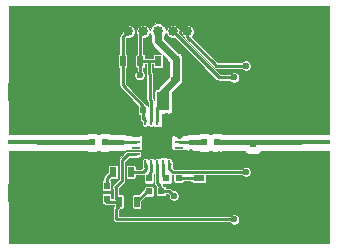
<source format=gtl>
G04 #@! TF.FileFunction,Copper,L1,Top,Signal*
%FSLAX46Y46*%
G04 Gerber Fmt 4.6, Leading zero omitted, Abs format (unit mm)*
G04 Created by KiCad (PCBNEW 4.0.7-e2-6376~58~ubuntu16.04.1) date Wed May  9 12:33:34 2018*
%MOMM*%
%LPD*%
G01*
G04 APERTURE LIST*
%ADD10C,0.100000*%
%ADD11C,0.500000*%
%ADD12C,0.300000*%
%ADD13C,5.000000*%
%ADD14R,5.080000X1.500000*%
%ADD15R,5.080000X0.420000*%
%ADD16R,0.500000X0.600000*%
%ADD17R,0.600000X0.500000*%
%ADD18R,1.000000X1.600000*%
%ADD19R,0.500000X0.900000*%
%ADD20R,0.900000X0.500000*%
%ADD21R,0.850000X0.850000*%
%ADD22C,0.850000*%
%ADD23R,0.700000X0.250000*%
%ADD24R,0.250000X0.700000*%
%ADD25R,2.500000X2.500000*%
%ADD26C,0.600000*%
%ADD27C,0.250000*%
%ADD28C,0.420000*%
%ADD29C,0.400000*%
%ADD30C,0.600000*%
%ADD31C,0.341000*%
G04 APERTURE END LIST*
D10*
D11*
X178550000Y-86900000D03*
X178550000Y-88900000D03*
X168300000Y-76900000D03*
X179300000Y-94900000D03*
X179300000Y-93900000D03*
X179300000Y-92900000D03*
X179300000Y-91900000D03*
X179300000Y-90900000D03*
X179300000Y-89900000D03*
X168300000Y-94900000D03*
X168300000Y-93900000D03*
X168300000Y-92900000D03*
X168300000Y-91900000D03*
X168300000Y-90900000D03*
X168300000Y-89900000D03*
X172900000Y-93100000D03*
X174250000Y-93100000D03*
X173600000Y-93750000D03*
X181850000Y-89200000D03*
X181850000Y-89550000D03*
X181400000Y-89200000D03*
X180300000Y-88900000D03*
X168300000Y-86900000D03*
X167300000Y-86900000D03*
X181400000Y-89550000D03*
X181300000Y-86900000D03*
X180300000Y-86900000D03*
X187300000Y-81900000D03*
X187300000Y-80900000D03*
X187300000Y-79900000D03*
X187300000Y-78900000D03*
X187300000Y-77900000D03*
X180300000Y-85900000D03*
X180300000Y-84900000D03*
X180300000Y-83900000D03*
X180300000Y-82900000D03*
X180300000Y-81900000D03*
X180300000Y-80900000D03*
X180300000Y-79900000D03*
X180300000Y-78900000D03*
X180300000Y-77900000D03*
X168300000Y-85900000D03*
X168300000Y-84900000D03*
X168300000Y-83900000D03*
X168300000Y-82900000D03*
X168300000Y-81900000D03*
X168300000Y-80900000D03*
X168300000Y-79900000D03*
X168300000Y-78900000D03*
X168300000Y-77900000D03*
X171800000Y-89400000D03*
X171800000Y-89900000D03*
X171400000Y-89600000D03*
D12*
X172300000Y-86900000D03*
X174300000Y-88900000D03*
X173800000Y-88900000D03*
X173300000Y-88900000D03*
X172800000Y-88900000D03*
X172300000Y-88900000D03*
X174300000Y-88400000D03*
X173800000Y-88400000D03*
X173300000Y-88400000D03*
X172800000Y-88400000D03*
X172300000Y-88400000D03*
X174300000Y-87900000D03*
X173800000Y-87900000D03*
X173300000Y-87900000D03*
X172800000Y-87900000D03*
X172300000Y-87900000D03*
X174300000Y-87400000D03*
X173800000Y-87400000D03*
X173300000Y-87400000D03*
X172800000Y-87400000D03*
X172300000Y-87400000D03*
X174300000Y-86900000D03*
X173800000Y-86900000D03*
X173300000Y-86900000D03*
X172800000Y-86900000D03*
D11*
X187300000Y-76900000D03*
X186300000Y-76900000D03*
X185300000Y-76900000D03*
X184300000Y-76900000D03*
X183300000Y-76900000D03*
X182300000Y-76900000D03*
X181300000Y-76900000D03*
X180300000Y-76900000D03*
X179300000Y-76900000D03*
X178300000Y-76900000D03*
X177300000Y-76900000D03*
X176300000Y-76900000D03*
X175300000Y-76900000D03*
X174300000Y-76900000D03*
X173300000Y-76900000D03*
X172300000Y-76900000D03*
X171300000Y-76900000D03*
X170300000Y-76900000D03*
X169300000Y-76900000D03*
X167300000Y-76900000D03*
X166300000Y-76900000D03*
X165300000Y-76900000D03*
X164300000Y-76900000D03*
X163300000Y-76900000D03*
X162300000Y-76900000D03*
X161300000Y-76900000D03*
X161300000Y-77900000D03*
X161300000Y-78900000D03*
X161300000Y-79900000D03*
X161300000Y-80900000D03*
X161300000Y-81900000D03*
X182300000Y-86900000D03*
X183300000Y-86900000D03*
X184300000Y-86900000D03*
X185300000Y-86900000D03*
X186300000Y-86900000D03*
X187300000Y-86900000D03*
X182300000Y-85900000D03*
X183300000Y-85900000D03*
X184300000Y-85900000D03*
X185300000Y-85900000D03*
X186300000Y-85900000D03*
X187300000Y-85900000D03*
X182300000Y-84900000D03*
X183300000Y-84900000D03*
X184300000Y-84900000D03*
X185300000Y-84900000D03*
X186300000Y-84900000D03*
X187300000Y-84900000D03*
X182300000Y-83900000D03*
X183300000Y-83900000D03*
X184300000Y-83900000D03*
X185300000Y-83900000D03*
X186300000Y-83900000D03*
X187300000Y-83900000D03*
X182300000Y-82900000D03*
X183300000Y-82900000D03*
X184300000Y-82900000D03*
X185300000Y-82900000D03*
X186300000Y-82900000D03*
X161300000Y-82900000D03*
X169300000Y-88900000D03*
X166300000Y-86900000D03*
X165300000Y-86900000D03*
X164300000Y-86900000D03*
X163300000Y-86900000D03*
X162300000Y-86900000D03*
X161300000Y-86900000D03*
X166300000Y-85900000D03*
X165300000Y-85900000D03*
X164300000Y-85900000D03*
X163300000Y-85900000D03*
X162300000Y-85900000D03*
X161300000Y-85900000D03*
X166300000Y-84900000D03*
X165300000Y-84900000D03*
X164300000Y-84900000D03*
X163300000Y-84900000D03*
X162300000Y-84900000D03*
X161300000Y-84900000D03*
X166300000Y-83900000D03*
X165300000Y-83900000D03*
X164300000Y-83900000D03*
X163300000Y-83900000D03*
X162300000Y-83900000D03*
X161300000Y-83900000D03*
X166300000Y-82900000D03*
X165300000Y-82900000D03*
X164300000Y-82900000D03*
X163300000Y-82900000D03*
X162300000Y-82900000D03*
X182300000Y-88900000D03*
X183300000Y-88900000D03*
X184300000Y-88900000D03*
X185300000Y-88900000D03*
X186300000Y-88900000D03*
X187300000Y-88900000D03*
X182300000Y-89900000D03*
X183300000Y-89900000D03*
X184300000Y-89900000D03*
X185300000Y-89900000D03*
X186300000Y-89900000D03*
X187300000Y-89900000D03*
X182300000Y-90900000D03*
X183300000Y-90900000D03*
X184300000Y-90900000D03*
X185300000Y-90900000D03*
X186300000Y-90900000D03*
X187300000Y-90900000D03*
X182300000Y-91900000D03*
X183300000Y-91900000D03*
X184300000Y-91900000D03*
X185300000Y-91900000D03*
X186300000Y-91900000D03*
X187300000Y-91900000D03*
X182300000Y-92900000D03*
X183300000Y-92900000D03*
X184300000Y-92900000D03*
X185300000Y-92900000D03*
X186300000Y-92900000D03*
X187300000Y-92900000D03*
X182300000Y-93900000D03*
X183300000Y-93900000D03*
X184300000Y-93900000D03*
X185300000Y-93900000D03*
X186300000Y-93900000D03*
X187300000Y-93900000D03*
X182300000Y-94900000D03*
X183300000Y-94900000D03*
X184300000Y-94900000D03*
X185300000Y-94900000D03*
X186300000Y-94900000D03*
X187300000Y-94900000D03*
X166300000Y-88900000D03*
X165300000Y-88900000D03*
X164300000Y-88900000D03*
X163300000Y-88900000D03*
X162300000Y-88900000D03*
X161300000Y-88900000D03*
X166300000Y-89900000D03*
X165300000Y-89900000D03*
X164300000Y-89900000D03*
X163300000Y-89900000D03*
X162300000Y-89900000D03*
X161300000Y-89900000D03*
X166300000Y-90900000D03*
X165300000Y-90900000D03*
X164300000Y-90900000D03*
X163300000Y-90900000D03*
X162300000Y-90900000D03*
X161300000Y-90900000D03*
X166300000Y-91900000D03*
X165300000Y-91900000D03*
X164300000Y-91900000D03*
X163300000Y-91900000D03*
X162300000Y-91900000D03*
X161300000Y-91900000D03*
X166300000Y-92900000D03*
X165300000Y-92900000D03*
X164300000Y-92900000D03*
X163300000Y-92900000D03*
X162300000Y-92900000D03*
X161300000Y-92900000D03*
X166300000Y-93900000D03*
X165300000Y-93900000D03*
X164300000Y-93900000D03*
X163300000Y-93900000D03*
X162300000Y-93900000D03*
X161300000Y-93900000D03*
X166300000Y-94900000D03*
X165300000Y-94900000D03*
X164300000Y-94900000D03*
X163300000Y-94900000D03*
X162300000Y-94900000D03*
X161300000Y-94900000D03*
X161300000Y-95900000D03*
X162300000Y-95900000D03*
X163300000Y-95900000D03*
X164300000Y-95900000D03*
X165300000Y-95900000D03*
X166300000Y-95900000D03*
X167300000Y-95900000D03*
X168300000Y-95900000D03*
X169300000Y-95900000D03*
X170300000Y-95900000D03*
X171300000Y-95900000D03*
X172300000Y-95900000D03*
X173300000Y-95900000D03*
X174300000Y-95900000D03*
X175300000Y-95900000D03*
X176300000Y-95900000D03*
X177300000Y-95900000D03*
X178300000Y-95900000D03*
X179300000Y-95900000D03*
X180300000Y-95900000D03*
X181300000Y-95900000D03*
X182300000Y-95900000D03*
X183300000Y-95900000D03*
X184300000Y-95900000D03*
X185300000Y-95900000D03*
X186300000Y-95900000D03*
X175600000Y-84450000D03*
X177500000Y-92400000D03*
X176000000Y-92400000D03*
X176800000Y-92900000D03*
X171200000Y-91500000D03*
X177800000Y-78400000D03*
X177300000Y-77700000D03*
X177300000Y-79300000D03*
X171300000Y-79900000D03*
X173000000Y-80150000D03*
X172400000Y-79900000D03*
X175500000Y-80300000D03*
X175650000Y-81800000D03*
X173400000Y-81900000D03*
X173400000Y-82900000D03*
X175600000Y-82900000D03*
X171800000Y-82900000D03*
X174000000Y-85700000D03*
X170800000Y-86900000D03*
X175700000Y-88900000D03*
X175650000Y-87000000D03*
X175200000Y-86600000D03*
X174650000Y-86000000D03*
X174800000Y-86500000D03*
X175000000Y-89900000D03*
X175200000Y-89500000D03*
X174800000Y-89500000D03*
X171400000Y-85800000D03*
X171100000Y-86300000D03*
X171700000Y-86300000D03*
X177600000Y-84900000D03*
X177600000Y-83900000D03*
X177300000Y-82900000D03*
X177550000Y-85900000D03*
X176300000Y-92900000D03*
X177300000Y-92900000D03*
X178300000Y-77900000D03*
X178300000Y-78900000D03*
X178300000Y-79900000D03*
X170300000Y-83900000D03*
X170300000Y-84900000D03*
X170300000Y-85900000D03*
X179300000Y-86900000D03*
X179300000Y-88900000D03*
X176150000Y-88700000D03*
X177900000Y-88900000D03*
X176150000Y-87050000D03*
X177900000Y-86900000D03*
X170100000Y-88900000D03*
X168300000Y-88900000D03*
X167300000Y-88900000D03*
X170300000Y-86900000D03*
X169300000Y-86900000D03*
D13*
X183800000Y-79800000D03*
D11*
X187300000Y-95900000D03*
X187300000Y-82900000D03*
D14*
X185400000Y-92150000D03*
X185400000Y-83650000D03*
D15*
X185400000Y-87900000D03*
D14*
X163200000Y-83650000D03*
X163200000Y-92150000D03*
D15*
X163200000Y-87900000D03*
D16*
X173600000Y-93100000D03*
X173600000Y-92000000D03*
D17*
X168850000Y-87900000D03*
X167750000Y-87900000D03*
D16*
X169000000Y-92650000D03*
X169000000Y-91550000D03*
D17*
X172100000Y-85150000D03*
X171000000Y-85150000D03*
D16*
X172600000Y-92050000D03*
X172600000Y-90950000D03*
D18*
X176800000Y-84400000D03*
X173800000Y-84400000D03*
D17*
X175100000Y-90900000D03*
X174000000Y-90900000D03*
X178350000Y-87900000D03*
X177250000Y-87900000D03*
D16*
X181400000Y-89150000D03*
X181400000Y-88050000D03*
D19*
X171550000Y-92900000D03*
X170050000Y-92900000D03*
X169550000Y-90400000D03*
X171050000Y-90400000D03*
X173350000Y-81000000D03*
X174850000Y-81000000D03*
X170350000Y-81000000D03*
X171850000Y-81000000D03*
D20*
X176800000Y-92450000D03*
X176800000Y-90950000D03*
D13*
X164800000Y-79800000D03*
D21*
X177100000Y-78500000D03*
D22*
X175850000Y-78500000D03*
X174600000Y-78500000D03*
X173350000Y-78500000D03*
X172100000Y-78500000D03*
X170850000Y-78500000D03*
D23*
X171450000Y-86884000D03*
X171450000Y-87392000D03*
X171450000Y-87900000D03*
X171450000Y-88408000D03*
X171450000Y-88916000D03*
D24*
X172284000Y-89750000D03*
X172792000Y-89750000D03*
X173300000Y-89750000D03*
X173808000Y-89750000D03*
X174308000Y-89750000D03*
D23*
X175150000Y-88916000D03*
X175150000Y-88408000D03*
X175150000Y-87900000D03*
X175150000Y-87392000D03*
X175150000Y-86884000D03*
D24*
X174316000Y-86050000D03*
X173808000Y-86050000D03*
X173300000Y-86050000D03*
X172792000Y-86050000D03*
X172284000Y-86050000D03*
D25*
X173300000Y-87900000D03*
D26*
X179800000Y-94400000D03*
X179800000Y-82400000D03*
X174700000Y-92400000D03*
X171800000Y-82200000D03*
X174749999Y-82650001D03*
X174000000Y-90900000D03*
X180800000Y-81400000D03*
X180800000Y-90400000D03*
D27*
X171450000Y-87900000D02*
X170300000Y-87900000D01*
D28*
X168850000Y-87900000D02*
X170300000Y-87900000D01*
X167650000Y-87900000D02*
X163200000Y-87900000D01*
D27*
X169800000Y-94400000D02*
X179800000Y-94400000D01*
X170050000Y-92900000D02*
X170050000Y-93250000D01*
X170050000Y-93250000D02*
X169800000Y-93500000D01*
X178500000Y-82400000D02*
X174600000Y-78500000D01*
X179800000Y-82400000D02*
X178800000Y-82400000D01*
X178800000Y-82400000D02*
X178500000Y-82400000D01*
X169800000Y-93500000D02*
X169800000Y-94400000D01*
X170050000Y-92900000D02*
X168950000Y-92900000D01*
X169800000Y-91700000D02*
X169800000Y-92650000D01*
X169800000Y-92650000D02*
X170050000Y-92900000D01*
X169800000Y-91700000D02*
X169750000Y-91700000D01*
X169750000Y-91700000D02*
X170300000Y-91150000D01*
X170300000Y-91150000D02*
X170300000Y-89400000D01*
X170780400Y-88919600D02*
X171451100Y-88919600D01*
X170300000Y-89400000D02*
X170780400Y-88919600D01*
X169000000Y-91550000D02*
X169000000Y-90950000D01*
X169000000Y-90950000D02*
X169550000Y-90400000D01*
X169350000Y-90600000D02*
X169550000Y-90400000D01*
X170350000Y-81000000D02*
X170350000Y-79000000D01*
X170350000Y-79000000D02*
X170850000Y-78500000D01*
X170350000Y-81000000D02*
X170350000Y-83050000D01*
X172100000Y-84800000D02*
X172100000Y-85150000D01*
X170350000Y-83050000D02*
X172100000Y-84800000D01*
X172100000Y-85150000D02*
X172100000Y-85868500D01*
X172100000Y-85868500D02*
X172285100Y-86053600D01*
D29*
X175091090Y-87333090D02*
X175150000Y-87333090D01*
X174316000Y-86050000D02*
X174316000Y-85916000D01*
X174316000Y-85916000D02*
X174000000Y-85600000D01*
X176800000Y-84400000D02*
X177100000Y-84400000D01*
X177100000Y-84400000D02*
X177600000Y-83900000D01*
X171000000Y-85150000D02*
X170550000Y-85150000D01*
X170550000Y-85150000D02*
X170300000Y-84900000D01*
D27*
X172600000Y-92050000D02*
X172400000Y-92050000D01*
X172400000Y-92050000D02*
X171550000Y-92900000D01*
X171550000Y-92900000D02*
X171600000Y-92900000D01*
X172600000Y-90950000D02*
X172600000Y-90600000D01*
X172792000Y-90408000D02*
X172792000Y-89750000D01*
X172600000Y-90600000D02*
X172792000Y-90408000D01*
X171850000Y-81000000D02*
X171850000Y-82150000D01*
X174300000Y-92000000D02*
X173600000Y-92000000D01*
X174700000Y-92400000D02*
X174300000Y-92000000D01*
X171850000Y-82150000D02*
X171800000Y-82200000D01*
X171850000Y-81000000D02*
X171850000Y-78750000D01*
X171850000Y-78750000D02*
X172100000Y-78500000D01*
X172600000Y-82100000D02*
X172600000Y-81100000D01*
X172600000Y-81100000D02*
X172700000Y-81000000D01*
X171850000Y-81000000D02*
X172700000Y-81000000D01*
X172700000Y-81000000D02*
X173350000Y-81000000D01*
X173300000Y-89750000D02*
X173300000Y-90647800D01*
X173300000Y-90647800D02*
X173301100Y-90648900D01*
X173301100Y-89753600D02*
X173301100Y-90648900D01*
X173300000Y-90650000D02*
X173300000Y-91350000D01*
X173301100Y-90648900D02*
X173300000Y-90650000D01*
X172793100Y-84393100D02*
X172793100Y-86053600D01*
X173550000Y-91600000D02*
X173550000Y-91950000D01*
X173550000Y-91950000D02*
X173600000Y-92000000D01*
X173300000Y-91350000D02*
X173550000Y-91600000D01*
X172600000Y-82100000D02*
X172640000Y-82100000D01*
X172640000Y-82100000D02*
X172600000Y-82100000D01*
X172600000Y-82100000D02*
X172640000Y-82100000D01*
X172640000Y-82100000D02*
X172640000Y-84240000D01*
X172640000Y-84240000D02*
X172793100Y-84393100D01*
D30*
X174850000Y-81000000D02*
X174850000Y-80850000D01*
X174850000Y-80850000D02*
X173350000Y-79350000D01*
X173350000Y-79350000D02*
X173350000Y-78500000D01*
X173800000Y-84400000D02*
X173800000Y-83600000D01*
X173800000Y-83600000D02*
X174850000Y-82550000D01*
X174850000Y-82550000D02*
X174850000Y-81000000D01*
D27*
X173809100Y-89753600D02*
X173809100Y-90709100D01*
X173300000Y-84900000D02*
X173800000Y-84400000D01*
X173800000Y-84400000D02*
X173800000Y-84500000D01*
X173809100Y-90709100D02*
X174000000Y-90900000D01*
X173300000Y-86050000D02*
X173300000Y-84900000D01*
X176800000Y-90950000D02*
X176150000Y-90950000D01*
X176150000Y-90950000D02*
X176100000Y-90900000D01*
X175100000Y-90900000D02*
X176100000Y-90900000D01*
X176100000Y-90900000D02*
X176300000Y-90900000D01*
D28*
X185400000Y-87900000D02*
X181250000Y-87900000D01*
X181250000Y-87900000D02*
X181400000Y-88050000D01*
X178350000Y-87900000D02*
X181250000Y-87900000D01*
X181250000Y-87900000D02*
X181400000Y-88050000D01*
D27*
X176100000Y-87900000D02*
X175150000Y-87900000D01*
D28*
X176900000Y-87900000D02*
X176100000Y-87900000D01*
X177250000Y-87900000D02*
X176900000Y-87900000D01*
X176900000Y-87900000D02*
X176800000Y-87900000D01*
D31*
X177246400Y-87903600D02*
X177250000Y-87900000D01*
D27*
X172300000Y-89768500D02*
X172300000Y-90150000D01*
X172050000Y-90400000D02*
X172300000Y-90150000D01*
X172300000Y-89768500D02*
X172285100Y-89753600D01*
X172050000Y-90400000D02*
X171050000Y-90400000D01*
X175850000Y-78500000D02*
X175850000Y-78950000D01*
X178100000Y-81200000D02*
X175850000Y-78950000D01*
X178300000Y-81400000D02*
X180800000Y-81400000D01*
X178100000Y-81200000D02*
X178300000Y-81400000D01*
X174308000Y-90108000D02*
X174308000Y-89750000D01*
X174600000Y-90400000D02*
X174308000Y-90108000D01*
X180800000Y-90400000D02*
X174600000Y-90400000D01*
X174308000Y-89750000D02*
X174350000Y-89750000D01*
D10*
G36*
X187850000Y-87149617D02*
X182860000Y-87149617D01*
X182804819Y-87160000D01*
X178871666Y-87160000D01*
X178860239Y-87152192D01*
X178650000Y-87109617D01*
X178050000Y-87109617D01*
X177853594Y-87146573D01*
X177801282Y-87180235D01*
X177760239Y-87152192D01*
X177550000Y-87109617D01*
X176950000Y-87109617D01*
X176753594Y-87146573D01*
X176732728Y-87160000D01*
X176100000Y-87160000D01*
X175816814Y-87216329D01*
X175773905Y-87245000D01*
X175551272Y-87245000D01*
X175500000Y-87234617D01*
X174800000Y-87234617D01*
X174603594Y-87271573D01*
X174423207Y-87387649D01*
X174302192Y-87564761D01*
X174259617Y-87775000D01*
X174259617Y-88025000D01*
X174296573Y-88221406D01*
X174412649Y-88401793D01*
X174589761Y-88522808D01*
X174800000Y-88565383D01*
X175500000Y-88565383D01*
X175555181Y-88555000D01*
X175773905Y-88555000D01*
X175816814Y-88583671D01*
X176100000Y-88640000D01*
X176728334Y-88640000D01*
X176739761Y-88647808D01*
X176950000Y-88690383D01*
X177550000Y-88690383D01*
X177746406Y-88653427D01*
X177798718Y-88619765D01*
X177839761Y-88647808D01*
X178050000Y-88690383D01*
X178650000Y-88690383D01*
X178846406Y-88653427D01*
X178867272Y-88640000D01*
X180706799Y-88640000D01*
X180762649Y-88726793D01*
X180939761Y-88847808D01*
X181150000Y-88890383D01*
X181650000Y-88890383D01*
X181846406Y-88853427D01*
X182026793Y-88737351D01*
X182093310Y-88640000D01*
X182808728Y-88640000D01*
X182860000Y-88650383D01*
X187850000Y-88650383D01*
X187850000Y-96450000D01*
X160750000Y-96450000D01*
X160750000Y-92350000D01*
X168597062Y-92350000D01*
X168597062Y-92950000D01*
X168607521Y-93005586D01*
X168640373Y-93056639D01*
X168690499Y-93090889D01*
X168750000Y-93102938D01*
X168768243Y-93102938D01*
X168844762Y-93154067D01*
X168950000Y-93175000D01*
X169647062Y-93175000D01*
X169647062Y-93264030D01*
X169605546Y-93305546D01*
X169545933Y-93394762D01*
X169525000Y-93500000D01*
X169525000Y-94400000D01*
X169545933Y-94505238D01*
X169605546Y-94594454D01*
X169694762Y-94654067D01*
X169800000Y-94675000D01*
X179438679Y-94675000D01*
X179544763Y-94781269D01*
X179710097Y-94849922D01*
X179889118Y-94850078D01*
X180054572Y-94781714D01*
X180181269Y-94655237D01*
X180249922Y-94489903D01*
X180250078Y-94310882D01*
X180181714Y-94145428D01*
X180055237Y-94018731D01*
X179889903Y-93950078D01*
X179710882Y-93949922D01*
X179545428Y-94018286D01*
X179438528Y-94125000D01*
X170075000Y-94125000D01*
X170075000Y-93613908D01*
X170185971Y-93502938D01*
X170300000Y-93502938D01*
X170355586Y-93492479D01*
X170406639Y-93459627D01*
X170440889Y-93409501D01*
X170452938Y-93350000D01*
X170452938Y-92450000D01*
X171147062Y-92450000D01*
X171147062Y-93350000D01*
X171157521Y-93405586D01*
X171190373Y-93456639D01*
X171240499Y-93490889D01*
X171300000Y-93502938D01*
X171800000Y-93502938D01*
X171855586Y-93492479D01*
X171906639Y-93459627D01*
X171940889Y-93409501D01*
X171952938Y-93350000D01*
X171952938Y-92885970D01*
X172338333Y-92500575D01*
X172350000Y-92502938D01*
X172850000Y-92502938D01*
X172905586Y-92492479D01*
X172956639Y-92459627D01*
X172990889Y-92409501D01*
X173002938Y-92350000D01*
X173002938Y-91750000D01*
X172992479Y-91694414D01*
X172959627Y-91643361D01*
X172909501Y-91609111D01*
X172850000Y-91597062D01*
X172350000Y-91597062D01*
X172294414Y-91607521D01*
X172243361Y-91640373D01*
X172209111Y-91690499D01*
X172197062Y-91750000D01*
X172197062Y-91864029D01*
X171764030Y-92297062D01*
X171300000Y-92297062D01*
X171244414Y-92307521D01*
X171193361Y-92340373D01*
X171159111Y-92390499D01*
X171147062Y-92450000D01*
X170452938Y-92450000D01*
X170442479Y-92394414D01*
X170409627Y-92343361D01*
X170359501Y-92309111D01*
X170300000Y-92297062D01*
X170075000Y-92297062D01*
X170075000Y-91763908D01*
X170494454Y-91344455D01*
X170554067Y-91255238D01*
X170556572Y-91242644D01*
X170575000Y-91150000D01*
X170575000Y-89950000D01*
X170647062Y-89950000D01*
X170647062Y-90850000D01*
X170657521Y-90905586D01*
X170690373Y-90956639D01*
X170740499Y-90990889D01*
X170800000Y-91002938D01*
X171300000Y-91002938D01*
X171355586Y-90992479D01*
X171406639Y-90959627D01*
X171440889Y-90909501D01*
X171452938Y-90850000D01*
X171452938Y-90675000D01*
X172050000Y-90675000D01*
X172155238Y-90654067D01*
X172202654Y-90622384D01*
X172197062Y-90650000D01*
X172197062Y-91250000D01*
X172207521Y-91305586D01*
X172240373Y-91356639D01*
X172290499Y-91390889D01*
X172350000Y-91402938D01*
X172850000Y-91402938D01*
X172905586Y-91392479D01*
X172956639Y-91359627D01*
X172990889Y-91309501D01*
X173002938Y-91250000D01*
X173002938Y-90650000D01*
X172992479Y-90594414D01*
X172992159Y-90593916D01*
X173025000Y-90544767D01*
X173025000Y-90647800D01*
X173025219Y-90648900D01*
X173025000Y-90650000D01*
X173025000Y-91350000D01*
X173044082Y-91445933D01*
X173045933Y-91455238D01*
X173105546Y-91544454D01*
X173207845Y-91646753D01*
X173197062Y-91700000D01*
X173197062Y-92300000D01*
X173207521Y-92355586D01*
X173240373Y-92406639D01*
X173290499Y-92440889D01*
X173350000Y-92452938D01*
X173850000Y-92452938D01*
X173905586Y-92442479D01*
X173956639Y-92409627D01*
X173990889Y-92359501D01*
X174002938Y-92300000D01*
X174002938Y-92275000D01*
X174186092Y-92275000D01*
X174250053Y-92338961D01*
X174249922Y-92489118D01*
X174318286Y-92654572D01*
X174444763Y-92781269D01*
X174610097Y-92849922D01*
X174789118Y-92850078D01*
X174954572Y-92781714D01*
X175081269Y-92655237D01*
X175149922Y-92489903D01*
X175150078Y-92310882D01*
X175081714Y-92145428D01*
X174955237Y-92018731D01*
X174789903Y-91950078D01*
X174638855Y-91949946D01*
X174494454Y-91805546D01*
X174405238Y-91745933D01*
X174300000Y-91725000D01*
X174002938Y-91725000D01*
X174002938Y-91700000D01*
X173992479Y-91644414D01*
X173959627Y-91593361D01*
X173909501Y-91559111D01*
X173850000Y-91547062D01*
X173814470Y-91547062D01*
X173804067Y-91494762D01*
X173774221Y-91450095D01*
X173744454Y-91405545D01*
X173743806Y-91404897D01*
X173781729Y-91404897D01*
X173890118Y-91449904D01*
X174108922Y-91450095D01*
X174218310Y-91404897D01*
X174300000Y-91404897D01*
X174392644Y-91387465D01*
X174477732Y-91332712D01*
X174534815Y-91249169D01*
X174554897Y-91150000D01*
X174554897Y-90666029D01*
X174600000Y-90675000D01*
X174647062Y-90675000D01*
X174647062Y-91150000D01*
X174657521Y-91205586D01*
X174690373Y-91256639D01*
X174740499Y-91290889D01*
X174800000Y-91302938D01*
X175400000Y-91302938D01*
X175455586Y-91292479D01*
X175506639Y-91259627D01*
X175540889Y-91209501D01*
X175547875Y-91175000D01*
X176001260Y-91175000D01*
X176024456Y-91190499D01*
X176044762Y-91204067D01*
X176150000Y-91225000D01*
X176201766Y-91225000D01*
X176207521Y-91255586D01*
X176240373Y-91306639D01*
X176290499Y-91340889D01*
X176350000Y-91352938D01*
X177250000Y-91352938D01*
X177305586Y-91342479D01*
X177356639Y-91309627D01*
X177390889Y-91259501D01*
X177402938Y-91200000D01*
X177402938Y-90700000D01*
X177398234Y-90675000D01*
X180438679Y-90675000D01*
X180544763Y-90781269D01*
X180710097Y-90849922D01*
X180889118Y-90850078D01*
X181054572Y-90781714D01*
X181181269Y-90655237D01*
X181249922Y-90489903D01*
X181250078Y-90310882D01*
X181181714Y-90145428D01*
X181055237Y-90018731D01*
X180889903Y-89950078D01*
X180710882Y-89949922D01*
X180545428Y-90018286D01*
X180438528Y-90125000D01*
X174713909Y-90125000D01*
X174585938Y-89997030D01*
X174585938Y-89882370D01*
X174604067Y-89855238D01*
X174625000Y-89750000D01*
X174604067Y-89644762D01*
X174585938Y-89617630D01*
X174585938Y-89400000D01*
X174575479Y-89344414D01*
X174542627Y-89293361D01*
X174492501Y-89259111D01*
X174433000Y-89247062D01*
X174183000Y-89247062D01*
X174137211Y-89255678D01*
X174115712Y-89222268D01*
X174032169Y-89165185D01*
X173933000Y-89145103D01*
X173683000Y-89145103D01*
X173590356Y-89162535D01*
X173505268Y-89217288D01*
X173477641Y-89257722D01*
X173425000Y-89247062D01*
X173175000Y-89247062D01*
X173119414Y-89257521D01*
X173068361Y-89290373D01*
X173045878Y-89323278D01*
X173026627Y-89293361D01*
X172976501Y-89259111D01*
X172917000Y-89247062D01*
X172667000Y-89247062D01*
X172611414Y-89257521D01*
X172560361Y-89290373D01*
X172537878Y-89323278D01*
X172518627Y-89293361D01*
X172468501Y-89259111D01*
X172409000Y-89247062D01*
X172159000Y-89247062D01*
X172103414Y-89257521D01*
X172052361Y-89290373D01*
X172018111Y-89340499D01*
X172006062Y-89400000D01*
X172006062Y-90055029D01*
X171936092Y-90125000D01*
X171452938Y-90125000D01*
X171452938Y-89950000D01*
X171442479Y-89894414D01*
X171409627Y-89843361D01*
X171359501Y-89809111D01*
X171300000Y-89797062D01*
X170800000Y-89797062D01*
X170744414Y-89807521D01*
X170693361Y-89840373D01*
X170659111Y-89890499D01*
X170647062Y-89950000D01*
X170575000Y-89950000D01*
X170575000Y-89513908D01*
X170894309Y-89194600D01*
X171451100Y-89194600D01*
X171454428Y-89193938D01*
X171800000Y-89193938D01*
X171855586Y-89183479D01*
X171906639Y-89150627D01*
X171940889Y-89100501D01*
X171952938Y-89041000D01*
X171952938Y-88791000D01*
X171942479Y-88735414D01*
X171909627Y-88684361D01*
X171859501Y-88650111D01*
X171800000Y-88638062D01*
X171100000Y-88638062D01*
X171065253Y-88644600D01*
X170780400Y-88644600D01*
X170675162Y-88665533D01*
X170585945Y-88725146D01*
X170105546Y-89205546D01*
X170045933Y-89294762D01*
X170025000Y-89400000D01*
X170025000Y-91036091D01*
X169555546Y-91505546D01*
X169495933Y-91594762D01*
X169475000Y-91700000D01*
X169495933Y-91805238D01*
X169525000Y-91848739D01*
X169525000Y-92625000D01*
X169402938Y-92625000D01*
X169402938Y-92350000D01*
X169392479Y-92294414D01*
X169359627Y-92243361D01*
X169309501Y-92209111D01*
X169250000Y-92197062D01*
X168750000Y-92197062D01*
X168694414Y-92207521D01*
X168643361Y-92240373D01*
X168609111Y-92290499D01*
X168597062Y-92350000D01*
X160750000Y-92350000D01*
X160750000Y-91250000D01*
X168597062Y-91250000D01*
X168597062Y-91850000D01*
X168607521Y-91905586D01*
X168640373Y-91956639D01*
X168690499Y-91990889D01*
X168750000Y-92002938D01*
X169250000Y-92002938D01*
X169305586Y-91992479D01*
X169356639Y-91959627D01*
X169390889Y-91909501D01*
X169402938Y-91850000D01*
X169402938Y-91250000D01*
X169392479Y-91194414D01*
X169359627Y-91143361D01*
X169309501Y-91109111D01*
X169275000Y-91102125D01*
X169275000Y-91063908D01*
X169335970Y-91002938D01*
X169800000Y-91002938D01*
X169855586Y-90992479D01*
X169906639Y-90959627D01*
X169940889Y-90909501D01*
X169952938Y-90850000D01*
X169952938Y-89950000D01*
X169942479Y-89894414D01*
X169909627Y-89843361D01*
X169859501Y-89809111D01*
X169800000Y-89797062D01*
X169300000Y-89797062D01*
X169244414Y-89807521D01*
X169193361Y-89840373D01*
X169159111Y-89890499D01*
X169147062Y-89950000D01*
X169147062Y-90414029D01*
X168805546Y-90755546D01*
X168745933Y-90844762D01*
X168725000Y-90950000D01*
X168725000Y-91101766D01*
X168694414Y-91107521D01*
X168643361Y-91140373D01*
X168609111Y-91190499D01*
X168597062Y-91250000D01*
X160750000Y-91250000D01*
X160750000Y-88650383D01*
X165740000Y-88650383D01*
X165795181Y-88640000D01*
X167228334Y-88640000D01*
X167239761Y-88647808D01*
X167450000Y-88690383D01*
X168050000Y-88690383D01*
X168246406Y-88653427D01*
X168298718Y-88619765D01*
X168339761Y-88647808D01*
X168550000Y-88690383D01*
X169150000Y-88690383D01*
X169346406Y-88653427D01*
X169367272Y-88640000D01*
X170300000Y-88640000D01*
X170583186Y-88583671D01*
X170626095Y-88555000D01*
X171048728Y-88555000D01*
X171100000Y-88565383D01*
X171800000Y-88565383D01*
X171996406Y-88528427D01*
X172176793Y-88412351D01*
X172297808Y-88235239D01*
X172340383Y-88025000D01*
X172340383Y-87775000D01*
X172303427Y-87578594D01*
X172187351Y-87398207D01*
X172010239Y-87277192D01*
X171800000Y-87234617D01*
X171100000Y-87234617D01*
X171044819Y-87245000D01*
X170626095Y-87245000D01*
X170583186Y-87216329D01*
X170300000Y-87160000D01*
X169371666Y-87160000D01*
X169360239Y-87152192D01*
X169150000Y-87109617D01*
X168550000Y-87109617D01*
X168353594Y-87146573D01*
X168301282Y-87180235D01*
X168260239Y-87152192D01*
X168050000Y-87109617D01*
X167450000Y-87109617D01*
X167253594Y-87146573D01*
X167232728Y-87160000D01*
X165791272Y-87160000D01*
X165740000Y-87149617D01*
X160750000Y-87149617D01*
X160750000Y-80550000D01*
X169947062Y-80550000D01*
X169947062Y-81450000D01*
X169957521Y-81505586D01*
X169990373Y-81556639D01*
X170040499Y-81590889D01*
X170075000Y-81597875D01*
X170075000Y-83050000D01*
X170088236Y-83116540D01*
X170095933Y-83155238D01*
X170155546Y-83244454D01*
X171698291Y-84787200D01*
X171693361Y-84790373D01*
X171659111Y-84840499D01*
X171647062Y-84900000D01*
X171647062Y-85400000D01*
X171657521Y-85455586D01*
X171690373Y-85506639D01*
X171740499Y-85540889D01*
X171800000Y-85552938D01*
X171825000Y-85552938D01*
X171825000Y-85868500D01*
X171845933Y-85973738D01*
X171905546Y-86062954D01*
X172006062Y-86163470D01*
X172006062Y-86400000D01*
X172016521Y-86455586D01*
X172049373Y-86506639D01*
X172099499Y-86540889D01*
X172159000Y-86552938D01*
X172409000Y-86552938D01*
X172464586Y-86542479D01*
X172515639Y-86509627D01*
X172538122Y-86476722D01*
X172557373Y-86506639D01*
X172607499Y-86540889D01*
X172667000Y-86552938D01*
X172917000Y-86552938D01*
X172969925Y-86542980D01*
X172992288Y-86577732D01*
X173075831Y-86634815D01*
X173175000Y-86654897D01*
X173425000Y-86654897D01*
X173517644Y-86637465D01*
X173602732Y-86582712D01*
X173659815Y-86499169D01*
X173679897Y-86400000D01*
X173679897Y-85700000D01*
X173675000Y-85673974D01*
X173675000Y-85454897D01*
X174300000Y-85454897D01*
X174392644Y-85437465D01*
X174477732Y-85382712D01*
X174534815Y-85299169D01*
X174554897Y-85200000D01*
X174554897Y-83622921D01*
X175139142Y-83038676D01*
X175215994Y-82961958D01*
X175216089Y-82961729D01*
X175238909Y-82938909D01*
X175358134Y-82760476D01*
X175400000Y-82550000D01*
X175400000Y-80850000D01*
X175358134Y-80639524D01*
X175354897Y-80634679D01*
X175354897Y-80550000D01*
X175337465Y-80457356D01*
X175282712Y-80372268D01*
X175199169Y-80315185D01*
X175100000Y-80295103D01*
X175072920Y-80295103D01*
X173900000Y-79122182D01*
X173900000Y-78904721D01*
X173921903Y-78882856D01*
X174024883Y-78634855D01*
X174024901Y-78613876D01*
X174112254Y-78825286D01*
X174273863Y-78987177D01*
X174485124Y-79074900D01*
X174713873Y-79075100D01*
X174765047Y-79053955D01*
X178305546Y-82594454D01*
X178394762Y-82654067D01*
X178500000Y-82675000D01*
X179438679Y-82675000D01*
X179544763Y-82781269D01*
X179710097Y-82849922D01*
X179889118Y-82850078D01*
X180054572Y-82781714D01*
X180181269Y-82655237D01*
X180249922Y-82489903D01*
X180250078Y-82310882D01*
X180181714Y-82145428D01*
X180055237Y-82018731D01*
X179889903Y-81950078D01*
X179710882Y-81949922D01*
X179545428Y-82018286D01*
X179438528Y-82125000D01*
X178613908Y-82125000D01*
X175154034Y-78665126D01*
X175174900Y-78614876D01*
X175174900Y-78613873D01*
X175274900Y-78613873D01*
X175362254Y-78825286D01*
X175523863Y-78987177D01*
X175587665Y-79013670D01*
X175595933Y-79055238D01*
X175655546Y-79144454D01*
X177905546Y-81394455D01*
X177905549Y-81394457D01*
X178105546Y-81594455D01*
X178194762Y-81654067D01*
X178300000Y-81675000D01*
X180438679Y-81675000D01*
X180544763Y-81781269D01*
X180710097Y-81849922D01*
X180889118Y-81850078D01*
X181054572Y-81781714D01*
X181181269Y-81655237D01*
X181249922Y-81489903D01*
X181250078Y-81310882D01*
X181181714Y-81145428D01*
X181055237Y-81018731D01*
X180889903Y-80950078D01*
X180710882Y-80949922D01*
X180545428Y-81018286D01*
X180438528Y-81125000D01*
X178413909Y-81125000D01*
X178294457Y-81005549D01*
X178294455Y-81005546D01*
X176226014Y-78937106D01*
X176337177Y-78826137D01*
X176424900Y-78614876D01*
X176425100Y-78386127D01*
X176337746Y-78174714D01*
X176176137Y-78012823D01*
X175964876Y-77925100D01*
X175736127Y-77924900D01*
X175524714Y-78012254D01*
X175362823Y-78173863D01*
X175275100Y-78385124D01*
X175274900Y-78613873D01*
X175174900Y-78613873D01*
X175175100Y-78386127D01*
X175087746Y-78174714D01*
X174926137Y-78012823D01*
X174714876Y-77925100D01*
X174486127Y-77924900D01*
X174274714Y-78012254D01*
X174112823Y-78173863D01*
X174025101Y-78385123D01*
X174025117Y-78366323D01*
X173922571Y-78118143D01*
X173732856Y-77928097D01*
X173484855Y-77825117D01*
X173216323Y-77824883D01*
X172968143Y-77927429D01*
X172778097Y-78117144D01*
X172675117Y-78365145D01*
X172675099Y-78386124D01*
X172587746Y-78174714D01*
X172426137Y-78012823D01*
X172214876Y-77925100D01*
X171986127Y-77924900D01*
X171774714Y-78012254D01*
X171612823Y-78173863D01*
X171525100Y-78385124D01*
X171524900Y-78613873D01*
X171576997Y-78739958D01*
X171575000Y-78750000D01*
X171575000Y-80401766D01*
X171544414Y-80407521D01*
X171493361Y-80440373D01*
X171459111Y-80490499D01*
X171447062Y-80550000D01*
X171447062Y-81450000D01*
X171457521Y-81505586D01*
X171490373Y-81556639D01*
X171540499Y-81590889D01*
X171575000Y-81597875D01*
X171575000Y-81806067D01*
X171545428Y-81818286D01*
X171418731Y-81944763D01*
X171350078Y-82110097D01*
X171349922Y-82289118D01*
X171418286Y-82454572D01*
X171544763Y-82581269D01*
X171710097Y-82649922D01*
X171889118Y-82650078D01*
X172054572Y-82581714D01*
X172181269Y-82455237D01*
X172249922Y-82289903D01*
X172250078Y-82110882D01*
X172181714Y-81945428D01*
X172125000Y-81888615D01*
X172125000Y-81598234D01*
X172155586Y-81592479D01*
X172206639Y-81559627D01*
X172240889Y-81509501D01*
X172252938Y-81450000D01*
X172252938Y-81275000D01*
X172325000Y-81275000D01*
X172325000Y-82100000D01*
X172345933Y-82205238D01*
X172365000Y-82233773D01*
X172365000Y-84240000D01*
X172385933Y-84345238D01*
X172445546Y-84434454D01*
X172518100Y-84507008D01*
X172518100Y-84806528D01*
X172509627Y-84793361D01*
X172459501Y-84759111D01*
X172400000Y-84747062D01*
X172364470Y-84747062D01*
X172354067Y-84694762D01*
X172322265Y-84647167D01*
X172294455Y-84605546D01*
X170625000Y-82936092D01*
X170625000Y-81598234D01*
X170655586Y-81592479D01*
X170706639Y-81559627D01*
X170740889Y-81509501D01*
X170752938Y-81450000D01*
X170752938Y-80550000D01*
X170742479Y-80494414D01*
X170709627Y-80443361D01*
X170659501Y-80409111D01*
X170625000Y-80402125D01*
X170625000Y-79113908D01*
X170684874Y-79054034D01*
X170735124Y-79074900D01*
X170963873Y-79075100D01*
X171175286Y-78987746D01*
X171337177Y-78826137D01*
X171424900Y-78614876D01*
X171425100Y-78386127D01*
X171337746Y-78174714D01*
X171176137Y-78012823D01*
X170964876Y-77925100D01*
X170736127Y-77924900D01*
X170524714Y-78012254D01*
X170362823Y-78173863D01*
X170275100Y-78385124D01*
X170274900Y-78613873D01*
X170296045Y-78665047D01*
X170155546Y-78805546D01*
X170095933Y-78894762D01*
X170075000Y-79000000D01*
X170075000Y-80401766D01*
X170044414Y-80407521D01*
X169993361Y-80440373D01*
X169959111Y-80490499D01*
X169947062Y-80550000D01*
X160750000Y-80550000D01*
X160750000Y-76350000D01*
X187850000Y-76350000D01*
X187850000Y-87149617D01*
X187850000Y-87149617D01*
G37*
X187850000Y-87149617D02*
X182860000Y-87149617D01*
X182804819Y-87160000D01*
X178871666Y-87160000D01*
X178860239Y-87152192D01*
X178650000Y-87109617D01*
X178050000Y-87109617D01*
X177853594Y-87146573D01*
X177801282Y-87180235D01*
X177760239Y-87152192D01*
X177550000Y-87109617D01*
X176950000Y-87109617D01*
X176753594Y-87146573D01*
X176732728Y-87160000D01*
X176100000Y-87160000D01*
X175816814Y-87216329D01*
X175773905Y-87245000D01*
X175551272Y-87245000D01*
X175500000Y-87234617D01*
X174800000Y-87234617D01*
X174603594Y-87271573D01*
X174423207Y-87387649D01*
X174302192Y-87564761D01*
X174259617Y-87775000D01*
X174259617Y-88025000D01*
X174296573Y-88221406D01*
X174412649Y-88401793D01*
X174589761Y-88522808D01*
X174800000Y-88565383D01*
X175500000Y-88565383D01*
X175555181Y-88555000D01*
X175773905Y-88555000D01*
X175816814Y-88583671D01*
X176100000Y-88640000D01*
X176728334Y-88640000D01*
X176739761Y-88647808D01*
X176950000Y-88690383D01*
X177550000Y-88690383D01*
X177746406Y-88653427D01*
X177798718Y-88619765D01*
X177839761Y-88647808D01*
X178050000Y-88690383D01*
X178650000Y-88690383D01*
X178846406Y-88653427D01*
X178867272Y-88640000D01*
X180706799Y-88640000D01*
X180762649Y-88726793D01*
X180939761Y-88847808D01*
X181150000Y-88890383D01*
X181650000Y-88890383D01*
X181846406Y-88853427D01*
X182026793Y-88737351D01*
X182093310Y-88640000D01*
X182808728Y-88640000D01*
X182860000Y-88650383D01*
X187850000Y-88650383D01*
X187850000Y-96450000D01*
X160750000Y-96450000D01*
X160750000Y-92350000D01*
X168597062Y-92350000D01*
X168597062Y-92950000D01*
X168607521Y-93005586D01*
X168640373Y-93056639D01*
X168690499Y-93090889D01*
X168750000Y-93102938D01*
X168768243Y-93102938D01*
X168844762Y-93154067D01*
X168950000Y-93175000D01*
X169647062Y-93175000D01*
X169647062Y-93264030D01*
X169605546Y-93305546D01*
X169545933Y-93394762D01*
X169525000Y-93500000D01*
X169525000Y-94400000D01*
X169545933Y-94505238D01*
X169605546Y-94594454D01*
X169694762Y-94654067D01*
X169800000Y-94675000D01*
X179438679Y-94675000D01*
X179544763Y-94781269D01*
X179710097Y-94849922D01*
X179889118Y-94850078D01*
X180054572Y-94781714D01*
X180181269Y-94655237D01*
X180249922Y-94489903D01*
X180250078Y-94310882D01*
X180181714Y-94145428D01*
X180055237Y-94018731D01*
X179889903Y-93950078D01*
X179710882Y-93949922D01*
X179545428Y-94018286D01*
X179438528Y-94125000D01*
X170075000Y-94125000D01*
X170075000Y-93613908D01*
X170185971Y-93502938D01*
X170300000Y-93502938D01*
X170355586Y-93492479D01*
X170406639Y-93459627D01*
X170440889Y-93409501D01*
X170452938Y-93350000D01*
X170452938Y-92450000D01*
X171147062Y-92450000D01*
X171147062Y-93350000D01*
X171157521Y-93405586D01*
X171190373Y-93456639D01*
X171240499Y-93490889D01*
X171300000Y-93502938D01*
X171800000Y-93502938D01*
X171855586Y-93492479D01*
X171906639Y-93459627D01*
X171940889Y-93409501D01*
X171952938Y-93350000D01*
X171952938Y-92885970D01*
X172338333Y-92500575D01*
X172350000Y-92502938D01*
X172850000Y-92502938D01*
X172905586Y-92492479D01*
X172956639Y-92459627D01*
X172990889Y-92409501D01*
X173002938Y-92350000D01*
X173002938Y-91750000D01*
X172992479Y-91694414D01*
X172959627Y-91643361D01*
X172909501Y-91609111D01*
X172850000Y-91597062D01*
X172350000Y-91597062D01*
X172294414Y-91607521D01*
X172243361Y-91640373D01*
X172209111Y-91690499D01*
X172197062Y-91750000D01*
X172197062Y-91864029D01*
X171764030Y-92297062D01*
X171300000Y-92297062D01*
X171244414Y-92307521D01*
X171193361Y-92340373D01*
X171159111Y-92390499D01*
X171147062Y-92450000D01*
X170452938Y-92450000D01*
X170442479Y-92394414D01*
X170409627Y-92343361D01*
X170359501Y-92309111D01*
X170300000Y-92297062D01*
X170075000Y-92297062D01*
X170075000Y-91763908D01*
X170494454Y-91344455D01*
X170554067Y-91255238D01*
X170556572Y-91242644D01*
X170575000Y-91150000D01*
X170575000Y-89950000D01*
X170647062Y-89950000D01*
X170647062Y-90850000D01*
X170657521Y-90905586D01*
X170690373Y-90956639D01*
X170740499Y-90990889D01*
X170800000Y-91002938D01*
X171300000Y-91002938D01*
X171355586Y-90992479D01*
X171406639Y-90959627D01*
X171440889Y-90909501D01*
X171452938Y-90850000D01*
X171452938Y-90675000D01*
X172050000Y-90675000D01*
X172155238Y-90654067D01*
X172202654Y-90622384D01*
X172197062Y-90650000D01*
X172197062Y-91250000D01*
X172207521Y-91305586D01*
X172240373Y-91356639D01*
X172290499Y-91390889D01*
X172350000Y-91402938D01*
X172850000Y-91402938D01*
X172905586Y-91392479D01*
X172956639Y-91359627D01*
X172990889Y-91309501D01*
X173002938Y-91250000D01*
X173002938Y-90650000D01*
X172992479Y-90594414D01*
X172992159Y-90593916D01*
X173025000Y-90544767D01*
X173025000Y-90647800D01*
X173025219Y-90648900D01*
X173025000Y-90650000D01*
X173025000Y-91350000D01*
X173044082Y-91445933D01*
X173045933Y-91455238D01*
X173105546Y-91544454D01*
X173207845Y-91646753D01*
X173197062Y-91700000D01*
X173197062Y-92300000D01*
X173207521Y-92355586D01*
X173240373Y-92406639D01*
X173290499Y-92440889D01*
X173350000Y-92452938D01*
X173850000Y-92452938D01*
X173905586Y-92442479D01*
X173956639Y-92409627D01*
X173990889Y-92359501D01*
X174002938Y-92300000D01*
X174002938Y-92275000D01*
X174186092Y-92275000D01*
X174250053Y-92338961D01*
X174249922Y-92489118D01*
X174318286Y-92654572D01*
X174444763Y-92781269D01*
X174610097Y-92849922D01*
X174789118Y-92850078D01*
X174954572Y-92781714D01*
X175081269Y-92655237D01*
X175149922Y-92489903D01*
X175150078Y-92310882D01*
X175081714Y-92145428D01*
X174955237Y-92018731D01*
X174789903Y-91950078D01*
X174638855Y-91949946D01*
X174494454Y-91805546D01*
X174405238Y-91745933D01*
X174300000Y-91725000D01*
X174002938Y-91725000D01*
X174002938Y-91700000D01*
X173992479Y-91644414D01*
X173959627Y-91593361D01*
X173909501Y-91559111D01*
X173850000Y-91547062D01*
X173814470Y-91547062D01*
X173804067Y-91494762D01*
X173774221Y-91450095D01*
X173744454Y-91405545D01*
X173743806Y-91404897D01*
X173781729Y-91404897D01*
X173890118Y-91449904D01*
X174108922Y-91450095D01*
X174218310Y-91404897D01*
X174300000Y-91404897D01*
X174392644Y-91387465D01*
X174477732Y-91332712D01*
X174534815Y-91249169D01*
X174554897Y-91150000D01*
X174554897Y-90666029D01*
X174600000Y-90675000D01*
X174647062Y-90675000D01*
X174647062Y-91150000D01*
X174657521Y-91205586D01*
X174690373Y-91256639D01*
X174740499Y-91290889D01*
X174800000Y-91302938D01*
X175400000Y-91302938D01*
X175455586Y-91292479D01*
X175506639Y-91259627D01*
X175540889Y-91209501D01*
X175547875Y-91175000D01*
X176001260Y-91175000D01*
X176024456Y-91190499D01*
X176044762Y-91204067D01*
X176150000Y-91225000D01*
X176201766Y-91225000D01*
X176207521Y-91255586D01*
X176240373Y-91306639D01*
X176290499Y-91340889D01*
X176350000Y-91352938D01*
X177250000Y-91352938D01*
X177305586Y-91342479D01*
X177356639Y-91309627D01*
X177390889Y-91259501D01*
X177402938Y-91200000D01*
X177402938Y-90700000D01*
X177398234Y-90675000D01*
X180438679Y-90675000D01*
X180544763Y-90781269D01*
X180710097Y-90849922D01*
X180889118Y-90850078D01*
X181054572Y-90781714D01*
X181181269Y-90655237D01*
X181249922Y-90489903D01*
X181250078Y-90310882D01*
X181181714Y-90145428D01*
X181055237Y-90018731D01*
X180889903Y-89950078D01*
X180710882Y-89949922D01*
X180545428Y-90018286D01*
X180438528Y-90125000D01*
X174713909Y-90125000D01*
X174585938Y-89997030D01*
X174585938Y-89882370D01*
X174604067Y-89855238D01*
X174625000Y-89750000D01*
X174604067Y-89644762D01*
X174585938Y-89617630D01*
X174585938Y-89400000D01*
X174575479Y-89344414D01*
X174542627Y-89293361D01*
X174492501Y-89259111D01*
X174433000Y-89247062D01*
X174183000Y-89247062D01*
X174137211Y-89255678D01*
X174115712Y-89222268D01*
X174032169Y-89165185D01*
X173933000Y-89145103D01*
X173683000Y-89145103D01*
X173590356Y-89162535D01*
X173505268Y-89217288D01*
X173477641Y-89257722D01*
X173425000Y-89247062D01*
X173175000Y-89247062D01*
X173119414Y-89257521D01*
X173068361Y-89290373D01*
X173045878Y-89323278D01*
X173026627Y-89293361D01*
X172976501Y-89259111D01*
X172917000Y-89247062D01*
X172667000Y-89247062D01*
X172611414Y-89257521D01*
X172560361Y-89290373D01*
X172537878Y-89323278D01*
X172518627Y-89293361D01*
X172468501Y-89259111D01*
X172409000Y-89247062D01*
X172159000Y-89247062D01*
X172103414Y-89257521D01*
X172052361Y-89290373D01*
X172018111Y-89340499D01*
X172006062Y-89400000D01*
X172006062Y-90055029D01*
X171936092Y-90125000D01*
X171452938Y-90125000D01*
X171452938Y-89950000D01*
X171442479Y-89894414D01*
X171409627Y-89843361D01*
X171359501Y-89809111D01*
X171300000Y-89797062D01*
X170800000Y-89797062D01*
X170744414Y-89807521D01*
X170693361Y-89840373D01*
X170659111Y-89890499D01*
X170647062Y-89950000D01*
X170575000Y-89950000D01*
X170575000Y-89513908D01*
X170894309Y-89194600D01*
X171451100Y-89194600D01*
X171454428Y-89193938D01*
X171800000Y-89193938D01*
X171855586Y-89183479D01*
X171906639Y-89150627D01*
X171940889Y-89100501D01*
X171952938Y-89041000D01*
X171952938Y-88791000D01*
X171942479Y-88735414D01*
X171909627Y-88684361D01*
X171859501Y-88650111D01*
X171800000Y-88638062D01*
X171100000Y-88638062D01*
X171065253Y-88644600D01*
X170780400Y-88644600D01*
X170675162Y-88665533D01*
X170585945Y-88725146D01*
X170105546Y-89205546D01*
X170045933Y-89294762D01*
X170025000Y-89400000D01*
X170025000Y-91036091D01*
X169555546Y-91505546D01*
X169495933Y-91594762D01*
X169475000Y-91700000D01*
X169495933Y-91805238D01*
X169525000Y-91848739D01*
X169525000Y-92625000D01*
X169402938Y-92625000D01*
X169402938Y-92350000D01*
X169392479Y-92294414D01*
X169359627Y-92243361D01*
X169309501Y-92209111D01*
X169250000Y-92197062D01*
X168750000Y-92197062D01*
X168694414Y-92207521D01*
X168643361Y-92240373D01*
X168609111Y-92290499D01*
X168597062Y-92350000D01*
X160750000Y-92350000D01*
X160750000Y-91250000D01*
X168597062Y-91250000D01*
X168597062Y-91850000D01*
X168607521Y-91905586D01*
X168640373Y-91956639D01*
X168690499Y-91990889D01*
X168750000Y-92002938D01*
X169250000Y-92002938D01*
X169305586Y-91992479D01*
X169356639Y-91959627D01*
X169390889Y-91909501D01*
X169402938Y-91850000D01*
X169402938Y-91250000D01*
X169392479Y-91194414D01*
X169359627Y-91143361D01*
X169309501Y-91109111D01*
X169275000Y-91102125D01*
X169275000Y-91063908D01*
X169335970Y-91002938D01*
X169800000Y-91002938D01*
X169855586Y-90992479D01*
X169906639Y-90959627D01*
X169940889Y-90909501D01*
X169952938Y-90850000D01*
X169952938Y-89950000D01*
X169942479Y-89894414D01*
X169909627Y-89843361D01*
X169859501Y-89809111D01*
X169800000Y-89797062D01*
X169300000Y-89797062D01*
X169244414Y-89807521D01*
X169193361Y-89840373D01*
X169159111Y-89890499D01*
X169147062Y-89950000D01*
X169147062Y-90414029D01*
X168805546Y-90755546D01*
X168745933Y-90844762D01*
X168725000Y-90950000D01*
X168725000Y-91101766D01*
X168694414Y-91107521D01*
X168643361Y-91140373D01*
X168609111Y-91190499D01*
X168597062Y-91250000D01*
X160750000Y-91250000D01*
X160750000Y-88650383D01*
X165740000Y-88650383D01*
X165795181Y-88640000D01*
X167228334Y-88640000D01*
X167239761Y-88647808D01*
X167450000Y-88690383D01*
X168050000Y-88690383D01*
X168246406Y-88653427D01*
X168298718Y-88619765D01*
X168339761Y-88647808D01*
X168550000Y-88690383D01*
X169150000Y-88690383D01*
X169346406Y-88653427D01*
X169367272Y-88640000D01*
X170300000Y-88640000D01*
X170583186Y-88583671D01*
X170626095Y-88555000D01*
X171048728Y-88555000D01*
X171100000Y-88565383D01*
X171800000Y-88565383D01*
X171996406Y-88528427D01*
X172176793Y-88412351D01*
X172297808Y-88235239D01*
X172340383Y-88025000D01*
X172340383Y-87775000D01*
X172303427Y-87578594D01*
X172187351Y-87398207D01*
X172010239Y-87277192D01*
X171800000Y-87234617D01*
X171100000Y-87234617D01*
X171044819Y-87245000D01*
X170626095Y-87245000D01*
X170583186Y-87216329D01*
X170300000Y-87160000D01*
X169371666Y-87160000D01*
X169360239Y-87152192D01*
X169150000Y-87109617D01*
X168550000Y-87109617D01*
X168353594Y-87146573D01*
X168301282Y-87180235D01*
X168260239Y-87152192D01*
X168050000Y-87109617D01*
X167450000Y-87109617D01*
X167253594Y-87146573D01*
X167232728Y-87160000D01*
X165791272Y-87160000D01*
X165740000Y-87149617D01*
X160750000Y-87149617D01*
X160750000Y-80550000D01*
X169947062Y-80550000D01*
X169947062Y-81450000D01*
X169957521Y-81505586D01*
X169990373Y-81556639D01*
X170040499Y-81590889D01*
X170075000Y-81597875D01*
X170075000Y-83050000D01*
X170088236Y-83116540D01*
X170095933Y-83155238D01*
X170155546Y-83244454D01*
X171698291Y-84787200D01*
X171693361Y-84790373D01*
X171659111Y-84840499D01*
X171647062Y-84900000D01*
X171647062Y-85400000D01*
X171657521Y-85455586D01*
X171690373Y-85506639D01*
X171740499Y-85540889D01*
X171800000Y-85552938D01*
X171825000Y-85552938D01*
X171825000Y-85868500D01*
X171845933Y-85973738D01*
X171905546Y-86062954D01*
X172006062Y-86163470D01*
X172006062Y-86400000D01*
X172016521Y-86455586D01*
X172049373Y-86506639D01*
X172099499Y-86540889D01*
X172159000Y-86552938D01*
X172409000Y-86552938D01*
X172464586Y-86542479D01*
X172515639Y-86509627D01*
X172538122Y-86476722D01*
X172557373Y-86506639D01*
X172607499Y-86540889D01*
X172667000Y-86552938D01*
X172917000Y-86552938D01*
X172969925Y-86542980D01*
X172992288Y-86577732D01*
X173075831Y-86634815D01*
X173175000Y-86654897D01*
X173425000Y-86654897D01*
X173517644Y-86637465D01*
X173602732Y-86582712D01*
X173659815Y-86499169D01*
X173679897Y-86400000D01*
X173679897Y-85700000D01*
X173675000Y-85673974D01*
X173675000Y-85454897D01*
X174300000Y-85454897D01*
X174392644Y-85437465D01*
X174477732Y-85382712D01*
X174534815Y-85299169D01*
X174554897Y-85200000D01*
X174554897Y-83622921D01*
X175139142Y-83038676D01*
X175215994Y-82961958D01*
X175216089Y-82961729D01*
X175238909Y-82938909D01*
X175358134Y-82760476D01*
X175400000Y-82550000D01*
X175400000Y-80850000D01*
X175358134Y-80639524D01*
X175354897Y-80634679D01*
X175354897Y-80550000D01*
X175337465Y-80457356D01*
X175282712Y-80372268D01*
X175199169Y-80315185D01*
X175100000Y-80295103D01*
X175072920Y-80295103D01*
X173900000Y-79122182D01*
X173900000Y-78904721D01*
X173921903Y-78882856D01*
X174024883Y-78634855D01*
X174024901Y-78613876D01*
X174112254Y-78825286D01*
X174273863Y-78987177D01*
X174485124Y-79074900D01*
X174713873Y-79075100D01*
X174765047Y-79053955D01*
X178305546Y-82594454D01*
X178394762Y-82654067D01*
X178500000Y-82675000D01*
X179438679Y-82675000D01*
X179544763Y-82781269D01*
X179710097Y-82849922D01*
X179889118Y-82850078D01*
X180054572Y-82781714D01*
X180181269Y-82655237D01*
X180249922Y-82489903D01*
X180250078Y-82310882D01*
X180181714Y-82145428D01*
X180055237Y-82018731D01*
X179889903Y-81950078D01*
X179710882Y-81949922D01*
X179545428Y-82018286D01*
X179438528Y-82125000D01*
X178613908Y-82125000D01*
X175154034Y-78665126D01*
X175174900Y-78614876D01*
X175174900Y-78613873D01*
X175274900Y-78613873D01*
X175362254Y-78825286D01*
X175523863Y-78987177D01*
X175587665Y-79013670D01*
X175595933Y-79055238D01*
X175655546Y-79144454D01*
X177905546Y-81394455D01*
X177905549Y-81394457D01*
X178105546Y-81594455D01*
X178194762Y-81654067D01*
X178300000Y-81675000D01*
X180438679Y-81675000D01*
X180544763Y-81781269D01*
X180710097Y-81849922D01*
X180889118Y-81850078D01*
X181054572Y-81781714D01*
X181181269Y-81655237D01*
X181249922Y-81489903D01*
X181250078Y-81310882D01*
X181181714Y-81145428D01*
X181055237Y-81018731D01*
X180889903Y-80950078D01*
X180710882Y-80949922D01*
X180545428Y-81018286D01*
X180438528Y-81125000D01*
X178413909Y-81125000D01*
X178294457Y-81005549D01*
X178294455Y-81005546D01*
X176226014Y-78937106D01*
X176337177Y-78826137D01*
X176424900Y-78614876D01*
X176425100Y-78386127D01*
X176337746Y-78174714D01*
X176176137Y-78012823D01*
X175964876Y-77925100D01*
X175736127Y-77924900D01*
X175524714Y-78012254D01*
X175362823Y-78173863D01*
X175275100Y-78385124D01*
X175274900Y-78613873D01*
X175174900Y-78613873D01*
X175175100Y-78386127D01*
X175087746Y-78174714D01*
X174926137Y-78012823D01*
X174714876Y-77925100D01*
X174486127Y-77924900D01*
X174274714Y-78012254D01*
X174112823Y-78173863D01*
X174025101Y-78385123D01*
X174025117Y-78366323D01*
X173922571Y-78118143D01*
X173732856Y-77928097D01*
X173484855Y-77825117D01*
X173216323Y-77824883D01*
X172968143Y-77927429D01*
X172778097Y-78117144D01*
X172675117Y-78365145D01*
X172675099Y-78386124D01*
X172587746Y-78174714D01*
X172426137Y-78012823D01*
X172214876Y-77925100D01*
X171986127Y-77924900D01*
X171774714Y-78012254D01*
X171612823Y-78173863D01*
X171525100Y-78385124D01*
X171524900Y-78613873D01*
X171576997Y-78739958D01*
X171575000Y-78750000D01*
X171575000Y-80401766D01*
X171544414Y-80407521D01*
X171493361Y-80440373D01*
X171459111Y-80490499D01*
X171447062Y-80550000D01*
X171447062Y-81450000D01*
X171457521Y-81505586D01*
X171490373Y-81556639D01*
X171540499Y-81590889D01*
X171575000Y-81597875D01*
X171575000Y-81806067D01*
X171545428Y-81818286D01*
X171418731Y-81944763D01*
X171350078Y-82110097D01*
X171349922Y-82289118D01*
X171418286Y-82454572D01*
X171544763Y-82581269D01*
X171710097Y-82649922D01*
X171889118Y-82650078D01*
X172054572Y-82581714D01*
X172181269Y-82455237D01*
X172249922Y-82289903D01*
X172250078Y-82110882D01*
X172181714Y-81945428D01*
X172125000Y-81888615D01*
X172125000Y-81598234D01*
X172155586Y-81592479D01*
X172206639Y-81559627D01*
X172240889Y-81509501D01*
X172252938Y-81450000D01*
X172252938Y-81275000D01*
X172325000Y-81275000D01*
X172325000Y-82100000D01*
X172345933Y-82205238D01*
X172365000Y-82233773D01*
X172365000Y-84240000D01*
X172385933Y-84345238D01*
X172445546Y-84434454D01*
X172518100Y-84507008D01*
X172518100Y-84806528D01*
X172509627Y-84793361D01*
X172459501Y-84759111D01*
X172400000Y-84747062D01*
X172364470Y-84747062D01*
X172354067Y-84694762D01*
X172322265Y-84647167D01*
X172294455Y-84605546D01*
X170625000Y-82936092D01*
X170625000Y-81598234D01*
X170655586Y-81592479D01*
X170706639Y-81559627D01*
X170740889Y-81509501D01*
X170752938Y-81450000D01*
X170752938Y-80550000D01*
X170742479Y-80494414D01*
X170709627Y-80443361D01*
X170659501Y-80409111D01*
X170625000Y-80402125D01*
X170625000Y-79113908D01*
X170684874Y-79054034D01*
X170735124Y-79074900D01*
X170963873Y-79075100D01*
X171175286Y-78987746D01*
X171337177Y-78826137D01*
X171424900Y-78614876D01*
X171425100Y-78386127D01*
X171337746Y-78174714D01*
X171176137Y-78012823D01*
X170964876Y-77925100D01*
X170736127Y-77924900D01*
X170524714Y-78012254D01*
X170362823Y-78173863D01*
X170275100Y-78385124D01*
X170274900Y-78613873D01*
X170296045Y-78665047D01*
X170155546Y-78805546D01*
X170095933Y-78894762D01*
X170075000Y-79000000D01*
X170075000Y-80401766D01*
X170044414Y-80407521D01*
X169993361Y-80440373D01*
X169959111Y-80490499D01*
X169947062Y-80550000D01*
X160750000Y-80550000D01*
X160750000Y-76350000D01*
X187850000Y-76350000D01*
X187850000Y-87149617D01*
G36*
X174300000Y-81077817D02*
X174300000Y-82322076D01*
X174284004Y-82338044D01*
X174283909Y-82338273D01*
X173411091Y-83211091D01*
X173321547Y-83345103D01*
X173300000Y-83345103D01*
X173207356Y-83362535D01*
X173122268Y-83417288D01*
X173065185Y-83500831D01*
X173045103Y-83600000D01*
X173045103Y-84284773D01*
X172987554Y-84198646D01*
X172915000Y-84126092D01*
X172915000Y-82100000D01*
X172894067Y-81994762D01*
X172875000Y-81966227D01*
X172875000Y-81275000D01*
X172947062Y-81275000D01*
X172947062Y-81450000D01*
X172957521Y-81505586D01*
X172990373Y-81556639D01*
X173040499Y-81590889D01*
X173100000Y-81602938D01*
X173600000Y-81602938D01*
X173655586Y-81592479D01*
X173706639Y-81559627D01*
X173740889Y-81509501D01*
X173752938Y-81450000D01*
X173752938Y-80550000D01*
X173748478Y-80526295D01*
X174300000Y-81077817D01*
X174300000Y-81077817D01*
G37*
X174300000Y-81077817D02*
X174300000Y-82322076D01*
X174284004Y-82338044D01*
X174283909Y-82338273D01*
X173411091Y-83211091D01*
X173321547Y-83345103D01*
X173300000Y-83345103D01*
X173207356Y-83362535D01*
X173122268Y-83417288D01*
X173065185Y-83500831D01*
X173045103Y-83600000D01*
X173045103Y-84284773D01*
X172987554Y-84198646D01*
X172915000Y-84126092D01*
X172915000Y-82100000D01*
X172894067Y-81994762D01*
X172875000Y-81966227D01*
X172875000Y-81275000D01*
X172947062Y-81275000D01*
X172947062Y-81450000D01*
X172957521Y-81505586D01*
X172990373Y-81556639D01*
X173040499Y-81590889D01*
X173100000Y-81602938D01*
X173600000Y-81602938D01*
X173655586Y-81592479D01*
X173706639Y-81559627D01*
X173740889Y-81509501D01*
X173752938Y-81450000D01*
X173752938Y-80550000D01*
X173748478Y-80526295D01*
X174300000Y-81077817D01*
G36*
X172674883Y-78633677D02*
X172777429Y-78881857D01*
X172800000Y-78904467D01*
X172800000Y-79350000D01*
X172841866Y-79560476D01*
X172961091Y-79738909D01*
X173624131Y-80401949D01*
X173600000Y-80397062D01*
X173100000Y-80397062D01*
X173044414Y-80407521D01*
X172993361Y-80440373D01*
X172959111Y-80490499D01*
X172947062Y-80550000D01*
X172947062Y-80725000D01*
X172252938Y-80725000D01*
X172252938Y-80550000D01*
X172242479Y-80494414D01*
X172209627Y-80443361D01*
X172159501Y-80409111D01*
X172125000Y-80402125D01*
X172125000Y-79075022D01*
X172213873Y-79075100D01*
X172425286Y-78987746D01*
X172587177Y-78826137D01*
X172674899Y-78614877D01*
X172674883Y-78633677D01*
X172674883Y-78633677D01*
G37*
X172674883Y-78633677D02*
X172777429Y-78881857D01*
X172800000Y-78904467D01*
X172800000Y-79350000D01*
X172841866Y-79560476D01*
X172961091Y-79738909D01*
X173624131Y-80401949D01*
X173600000Y-80397062D01*
X173100000Y-80397062D01*
X173044414Y-80407521D01*
X172993361Y-80440373D01*
X172959111Y-80490499D01*
X172947062Y-80550000D01*
X172947062Y-80725000D01*
X172252938Y-80725000D01*
X172252938Y-80550000D01*
X172242479Y-80494414D01*
X172209627Y-80443361D01*
X172159501Y-80409111D01*
X172125000Y-80402125D01*
X172125000Y-79075022D01*
X172213873Y-79075100D01*
X172425286Y-78987746D01*
X172587177Y-78826137D01*
X172674899Y-78614877D01*
X172674883Y-78633677D01*
M02*

</source>
